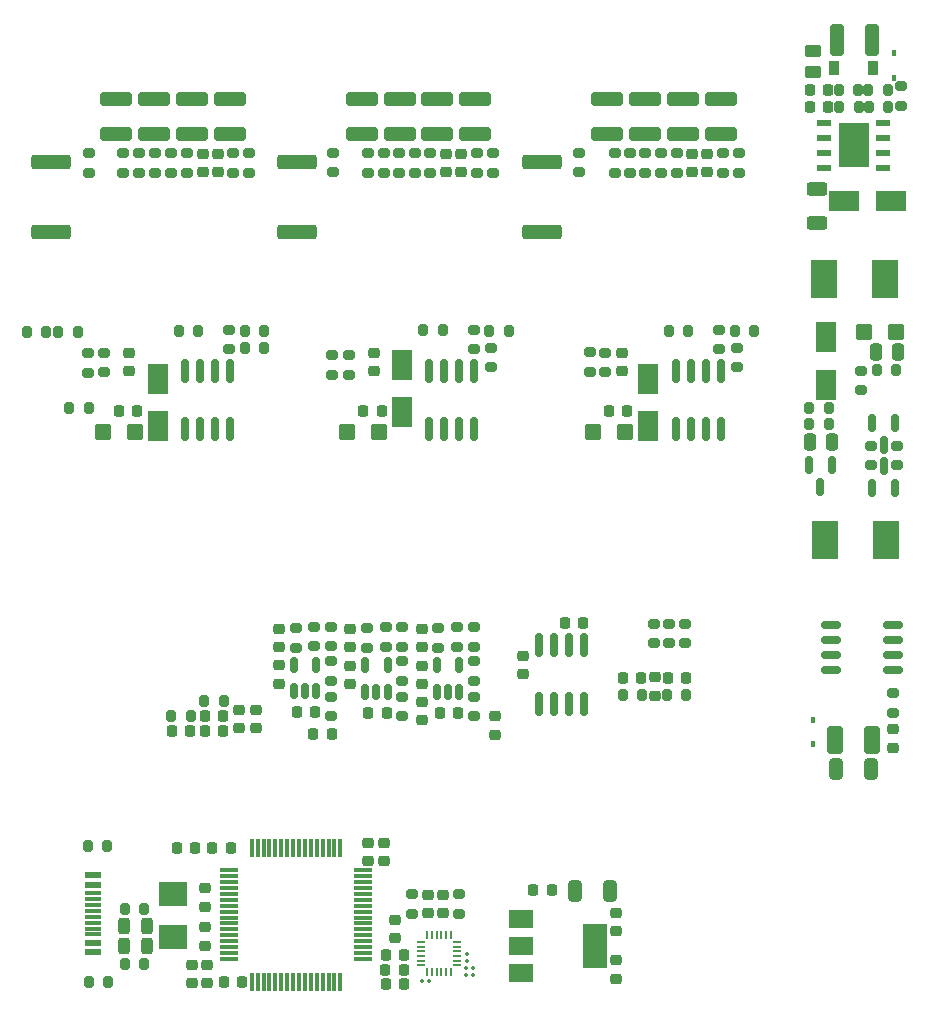
<source format=gbr>
%TF.GenerationSoftware,KiCad,Pcbnew,7.0.10*%
%TF.CreationDate,2024-07-31T12:40:02+02:00*%
%TF.ProjectId,foc,666f632e-6b69-4636-9164-5f7063625858,rev?*%
%TF.SameCoordinates,PXc0145d0PY6b671e0*%
%TF.FileFunction,Paste,Top*%
%TF.FilePolarity,Positive*%
%FSLAX46Y46*%
G04 Gerber Fmt 4.6, Leading zero omitted, Abs format (unit mm)*
G04 Created by KiCad (PCBNEW 7.0.10) date 2024-07-31 12:40:02*
%MOMM*%
%LPD*%
G01*
G04 APERTURE LIST*
G04 Aperture macros list*
%AMRoundRect*
0 Rectangle with rounded corners*
0 $1 Rounding radius*
0 $2 $3 $4 $5 $6 $7 $8 $9 X,Y pos of 4 corners*
0 Add a 4 corners polygon primitive as box body*
4,1,4,$2,$3,$4,$5,$6,$7,$8,$9,$2,$3,0*
0 Add four circle primitives for the rounded corners*
1,1,$1+$1,$2,$3*
1,1,$1+$1,$4,$5*
1,1,$1+$1,$6,$7*
1,1,$1+$1,$8,$9*
0 Add four rect primitives between the rounded corners*
20,1,$1+$1,$2,$3,$4,$5,0*
20,1,$1+$1,$4,$5,$6,$7,0*
20,1,$1+$1,$6,$7,$8,$9,0*
20,1,$1+$1,$8,$9,$2,$3,0*%
G04 Aperture macros list end*
%ADD10RoundRect,0.200000X0.275000X-0.200000X0.275000X0.200000X-0.275000X0.200000X-0.275000X-0.200000X0*%
%ADD11RoundRect,0.225000X0.250000X-0.225000X0.250000X0.225000X-0.250000X0.225000X-0.250000X-0.225000X0*%
%ADD12R,1.800000X2.500000*%
%ADD13RoundRect,0.225000X-0.250000X0.225000X-0.250000X-0.225000X0.250000X-0.225000X0.250000X0.225000X0*%
%ADD14RoundRect,0.225000X0.225000X0.250000X-0.225000X0.250000X-0.225000X-0.250000X0.225000X-0.250000X0*%
%ADD15RoundRect,0.250000X1.425000X-0.362500X1.425000X0.362500X-1.425000X0.362500X-1.425000X-0.362500X0*%
%ADD16RoundRect,0.250000X0.450000X0.425000X-0.450000X0.425000X-0.450000X-0.425000X0.450000X-0.425000X0*%
%ADD17RoundRect,0.225000X-0.225000X-0.250000X0.225000X-0.250000X0.225000X0.250000X-0.225000X0.250000X0*%
%ADD18RoundRect,0.250000X1.100000X-0.325000X1.100000X0.325000X-1.100000X0.325000X-1.100000X-0.325000X0*%
%ADD19R,2.000000X1.500000*%
%ADD20R,2.000000X3.800000*%
%ADD21RoundRect,0.200000X-0.200000X-0.275000X0.200000X-0.275000X0.200000X0.275000X-0.200000X0.275000X0*%
%ADD22RoundRect,0.200000X-0.275000X0.200000X-0.275000X-0.200000X0.275000X-0.200000X0.275000X0.200000X0*%
%ADD23RoundRect,0.150000X0.150000X-0.825000X0.150000X0.825000X-0.150000X0.825000X-0.150000X-0.825000X0*%
%ADD24RoundRect,0.200000X0.200000X0.275000X-0.200000X0.275000X-0.200000X-0.275000X0.200000X-0.275000X0*%
%ADD25RoundRect,0.150000X-0.675000X-0.150000X0.675000X-0.150000X0.675000X0.150000X-0.675000X0.150000X0*%
%ADD26RoundRect,0.067500X-0.067500X-0.067500X0.067500X-0.067500X0.067500X0.067500X-0.067500X0.067500X0*%
%ADD27R,1.450000X0.600000*%
%ADD28R,1.450000X0.300000*%
%ADD29RoundRect,0.250000X0.450000X-0.262500X0.450000X0.262500X-0.450000X0.262500X-0.450000X-0.262500X0*%
%ADD30RoundRect,0.150000X-0.150000X0.587500X-0.150000X-0.587500X0.150000X-0.587500X0.150000X0.587500X0*%
%ADD31RoundRect,0.250000X0.325000X0.650000X-0.325000X0.650000X-0.325000X-0.650000X0.325000X-0.650000X0*%
%ADD32RoundRect,0.150000X0.150000X-0.512500X0.150000X0.512500X-0.150000X0.512500X-0.150000X-0.512500X0*%
%ADD33RoundRect,0.250000X-0.250000X-0.475000X0.250000X-0.475000X0.250000X0.475000X-0.250000X0.475000X0*%
%ADD34RoundRect,0.250000X-0.450000X-0.425000X0.450000X-0.425000X0.450000X0.425000X-0.450000X0.425000X0*%
%ADD35R,2.400000X2.000000*%
%ADD36RoundRect,0.027500X-0.292500X-0.082500X0.292500X-0.082500X0.292500X0.082500X-0.292500X0.082500X0*%
%ADD37RoundRect,0.027500X-0.082500X-0.292500X0.082500X-0.292500X0.082500X0.292500X-0.082500X0.292500X0*%
%ADD38R,0.450000X0.600000*%
%ADD39R,0.900000X1.200000*%
%ADD40RoundRect,0.075000X0.075000X-0.700000X0.075000X0.700000X-0.075000X0.700000X-0.075000X-0.700000X0*%
%ADD41RoundRect,0.075000X0.700000X-0.075000X0.700000X0.075000X-0.700000X0.075000X-0.700000X-0.075000X0*%
%ADD42RoundRect,0.150000X0.150000X-0.587500X0.150000X0.587500X-0.150000X0.587500X-0.150000X-0.587500X0*%
%ADD43R,2.200000X3.300000*%
%ADD44RoundRect,0.243750X-0.243750X-0.456250X0.243750X-0.456250X0.243750X0.456250X-0.243750X0.456250X0*%
%ADD45RoundRect,0.218750X-0.256250X0.218750X-0.256250X-0.218750X0.256250X-0.218750X0.256250X0.218750X0*%
%ADD46RoundRect,0.250000X0.250000X0.475000X-0.250000X0.475000X-0.250000X-0.475000X0.250000X-0.475000X0*%
%ADD47R,1.200000X0.500000*%
%ADD48R,2.540000X3.810000*%
%ADD49RoundRect,0.250000X0.412500X0.925000X-0.412500X0.925000X-0.412500X-0.925000X0.412500X-0.925000X0*%
%ADD50RoundRect,0.067500X-0.067500X0.067500X-0.067500X-0.067500X0.067500X-0.067500X0.067500X0.067500X0*%
%ADD51RoundRect,0.250000X0.625000X-0.312500X0.625000X0.312500X-0.625000X0.312500X-0.625000X-0.312500X0*%
%ADD52RoundRect,0.218750X0.218750X0.256250X-0.218750X0.256250X-0.218750X-0.256250X0.218750X-0.256250X0*%
%ADD53RoundRect,0.250000X0.325000X1.100000X-0.325000X1.100000X-0.325000X-1.100000X0.325000X-1.100000X0*%
%ADD54R,2.500000X1.800000*%
G04 APERTURE END LIST*
D10*
%TO.C,R18*%
X-27400000Y17625000D03*
X-27400000Y19275000D03*
%TD*%
D11*
%TO.C,C71*%
X-61286429Y-27635000D03*
X-61286429Y-26085000D03*
%TD*%
D12*
%TO.C,D2*%
X-65302500Y17069958D03*
X-65302500Y13069958D03*
%TD*%
D13*
%TO.C,C53*%
X-42935000Y-7230000D03*
X-42935000Y-8780000D03*
%TD*%
D14*
%TO.C,C25*%
X-25535000Y14320000D03*
X-27085000Y14320000D03*
%TD*%
D15*
%TO.C,R80*%
X-32751836Y29463879D03*
X-32751836Y35388879D03*
%TD*%
D16*
%TO.C,C9*%
X-67260000Y12520000D03*
X-69960000Y12520000D03*
%TD*%
D10*
%TO.C,R6*%
X-43736429Y-28260000D03*
X-43736429Y-26610000D03*
%TD*%
D17*
%TO.C,C68*%
X-46011429Y-31760000D03*
X-44461429Y-31760000D03*
%TD*%
D11*
%TO.C,C60*%
X-20060000Y34545000D03*
X-20060000Y36095000D03*
%TD*%
D18*
%TO.C,C46*%
X-48020000Y37805000D03*
X-48020000Y40755000D03*
%TD*%
D11*
%TO.C,C1*%
X-23222151Y-9765420D03*
X-23222151Y-8215420D03*
%TD*%
D19*
%TO.C,U3*%
X-34586429Y-28660000D03*
X-34586429Y-30960000D03*
D20*
X-28286429Y-30960000D03*
D19*
X-34586429Y-33260000D03*
%TD*%
D14*
%TO.C,C29*%
X-8514999Y40075000D03*
X-10064999Y40075000D03*
%TD*%
D15*
%TO.C,R62*%
X-53510000Y29463879D03*
X-53510000Y35388879D03*
%TD*%
D11*
%TO.C,C22*%
X-42930000Y-11875000D03*
X-42930000Y-10325000D03*
%TD*%
D14*
%TO.C,C45*%
X-59765000Y-11500000D03*
X-61315000Y-11500000D03*
%TD*%
D21*
%TO.C,R28*%
X-73735000Y21050000D03*
X-72085000Y21050000D03*
%TD*%
D22*
%TO.C,R65*%
X-36947500Y36145000D03*
X-36947500Y34495000D03*
%TD*%
%TO.C,R69*%
X-29620000Y36205000D03*
X-29620000Y34555000D03*
%TD*%
D10*
%TO.C,R9*%
X-4889999Y9725000D03*
X-4889999Y11375000D03*
%TD*%
D22*
%TO.C,R51*%
X-50480000Y36170000D03*
X-50480000Y34520000D03*
%TD*%
D13*
%TO.C,C69*%
X-62436429Y-32585000D03*
X-62436429Y-34135000D03*
%TD*%
D22*
%TO.C,R55*%
X-45985000Y-3980000D03*
X-45985000Y-5630000D03*
%TD*%
D10*
%TO.C,R16*%
X-49150000Y17375000D03*
X-49150000Y19025000D03*
%TD*%
D18*
%TO.C,C57*%
X-20850000Y37785000D03*
X-20850000Y40735000D03*
%TD*%
D17*
%TO.C,C70*%
X-46011429Y-34200000D03*
X-44461429Y-34200000D03*
%TD*%
D18*
%TO.C,C37*%
X-65600000Y37800000D03*
X-65600000Y40750000D03*
%TD*%
D11*
%TO.C,C43*%
X-48985000Y-8780000D03*
X-48985000Y-7230000D03*
%TD*%
D21*
%TO.C,R13*%
X-10139999Y14550000D03*
X-8489999Y14550000D03*
%TD*%
D23*
%TO.C,U7*%
X-21452500Y12795000D03*
X-20182500Y12795000D03*
X-18912500Y12795000D03*
X-17642500Y12795000D03*
X-17642500Y17745000D03*
X-18912500Y17745000D03*
X-20182500Y17745000D03*
X-21452500Y17745000D03*
%TD*%
D24*
%TO.C,R8*%
X-2764999Y17800000D03*
X-4414999Y17800000D03*
%TD*%
D16*
%TO.C,C24*%
X-25760000Y12520000D03*
X-28460000Y12520000D03*
%TD*%
D25*
%TO.C,U5*%
X-8314999Y-3795000D03*
X-8314999Y-5065000D03*
X-8314999Y-6335000D03*
X-8314999Y-7605000D03*
X-3064999Y-7605000D03*
X-3064999Y-6335000D03*
X-3064999Y-5065000D03*
X-3064999Y-3795000D03*
%TD*%
D14*
%TO.C,C11*%
X-67035000Y14320000D03*
X-68585000Y14320000D03*
%TD*%
D26*
%TO.C, R4k*%
X-39165000Y-33400000D03*
X-38615000Y-33400000D03*
%TD*%
D21*
%TO.C,R24*%
X-7614999Y40075000D03*
X-5964999Y40075000D03*
%TD*%
D22*
%TO.C,R3*%
X-20700002Y-3700002D03*
X-20700002Y-5350002D03*
%TD*%
%TO.C,R30*%
X-50635000Y-6855000D03*
X-50635000Y-8505000D03*
%TD*%
D23*
%TO.C,U6*%
X-42295000Y12795000D03*
X-41025000Y12795000D03*
X-39755000Y12795000D03*
X-38485000Y12795000D03*
X-38485000Y17745000D03*
X-39755000Y17745000D03*
X-41025000Y17745000D03*
X-42295000Y17745000D03*
%TD*%
D10*
%TO.C,R36*%
X-68260000Y34495000D03*
X-68260000Y36145000D03*
%TD*%
D18*
%TO.C,C49*%
X-38420000Y37805000D03*
X-38420000Y40755000D03*
%TD*%
D24*
%TO.C,R78*%
X-14785000Y21120000D03*
X-16435000Y21120000D03*
%TD*%
D27*
%TO.C,J6*%
X-70747835Y-24989999D03*
X-70747835Y-25789999D03*
D28*
X-70747835Y-26989999D03*
X-70747835Y-27989999D03*
X-70747835Y-28489999D03*
X-70747835Y-29489999D03*
D27*
X-70747835Y-31489999D03*
X-70747835Y-30689999D03*
D28*
X-70747835Y-29989999D03*
X-70747835Y-28989999D03*
X-70747835Y-27489999D03*
X-70747835Y-26489999D03*
%TD*%
D22*
%TO.C,R43*%
X-58910000Y36145000D03*
X-58910000Y34495000D03*
%TD*%
D29*
%TO.C,R20*%
X-9789999Y42987500D03*
X-9789999Y44812500D03*
%TD*%
D30*
%TO.C,Q1*%
X-2889999Y13287500D03*
X-4789999Y13287500D03*
X-3839999Y11412500D03*
%TD*%
D22*
%TO.C,R29*%
X-50635000Y-9855000D03*
X-50635000Y-11505000D03*
%TD*%
D14*
%TO.C,C3*%
X-20589578Y-8260422D03*
X-22139578Y-8260422D03*
%TD*%
D11*
%TO.C,C73*%
X-61286429Y-30935000D03*
X-61286429Y-29385000D03*
%TD*%
D31*
%TO.C,C13*%
X-27047858Y-26300000D03*
X-29997858Y-26300000D03*
%TD*%
D13*
%TO.C,C16*%
X-26486429Y-32185000D03*
X-26486429Y-33735000D03*
%TD*%
D32*
%TO.C,U10*%
X-47735000Y-9442500D03*
X-46785000Y-9442500D03*
X-45835000Y-9442500D03*
X-45835000Y-7167500D03*
X-47735000Y-7167500D03*
%TD*%
D33*
%TO.C,C31*%
X-4514999Y19300000D03*
X-2614999Y19300000D03*
%TD*%
D18*
%TO.C,C39*%
X-62400000Y37800000D03*
X-62400000Y40750000D03*
%TD*%
D11*
%TO.C,C66*%
X-45200000Y-30335000D03*
X-45200000Y-28785000D03*
%TD*%
D10*
%TO.C,R79*%
X-16260000Y18045000D03*
X-16260000Y19695000D03*
%TD*%
D24*
%TO.C,R89*%
X-66423928Y-27800000D03*
X-68073928Y-27800000D03*
%TD*%
D10*
%TO.C,R57*%
X-44860000Y34495000D03*
X-44860000Y36145000D03*
%TD*%
D14*
%TO.C,C72*%
X-58161429Y-34060000D03*
X-59711429Y-34060000D03*
%TD*%
D34*
%TO.C,C32*%
X-5514999Y21000000D03*
X-2814999Y21000000D03*
%TD*%
D10*
%TO.C,R15*%
X-71180000Y17575000D03*
X-71180000Y19225000D03*
%TD*%
D18*
%TO.C,C47*%
X-44820000Y37805000D03*
X-44820000Y40755000D03*
%TD*%
D10*
%TO.C,R37*%
X-65560000Y34495000D03*
X-65560000Y36145000D03*
%TD*%
D35*
%TO.C,Y1*%
X-64000000Y-26550000D03*
X-64000000Y-30250000D03*
%TD*%
D11*
%TO.C,C5*%
X-42436427Y-28210000D03*
X-42436427Y-26660000D03*
%TD*%
D36*
%TO.C,U2*%
X-43024178Y-30620000D03*
X-43024178Y-31020000D03*
X-43024178Y-31420000D03*
X-43024178Y-31820000D03*
X-43024178Y-32220000D03*
X-43024178Y-32620000D03*
D37*
X-42479178Y-33165000D03*
X-42079178Y-33165000D03*
X-41679178Y-33165000D03*
X-41279178Y-33165000D03*
X-40879178Y-33165000D03*
X-40479178Y-33165000D03*
D36*
X-39934178Y-32620000D03*
X-39934178Y-32220000D03*
X-39934178Y-31820000D03*
X-39934178Y-31420000D03*
X-39934178Y-31020000D03*
X-39934178Y-30620000D03*
D37*
X-40479178Y-30075000D03*
X-40879178Y-30075000D03*
X-41279178Y-30075000D03*
X-41679178Y-30075000D03*
X-42079178Y-30075000D03*
X-42479178Y-30075000D03*
%TD*%
D32*
%TO.C,U11*%
X-41685000Y-9442500D03*
X-40735000Y-9442500D03*
X-39785000Y-9442500D03*
X-39785000Y-7167500D03*
X-41685000Y-7167500D03*
%TD*%
D21*
%TO.C,R85*%
X-64175000Y-11500000D03*
X-62525000Y-11500000D03*
%TD*%
D38*
%TO.C,D3*%
X-9839999Y-11800000D03*
X-9839999Y-13900000D03*
%TD*%
D11*
%TO.C,C15*%
X-26486429Y-29685000D03*
X-26486429Y-28135000D03*
%TD*%
D22*
%TO.C,R84*%
X-22690000Y36145000D03*
X-22690000Y34495000D03*
%TD*%
D11*
%TO.C,C50*%
X-39610000Y34545000D03*
X-39610000Y36095000D03*
%TD*%
%TO.C,C67*%
X-47536431Y-23775000D03*
X-47536431Y-22225000D03*
%TD*%
D39*
%TO.C,D6*%
X-8039999Y43400000D03*
X-4739999Y43400000D03*
%TD*%
D22*
%TO.C,R64*%
X-42210000Y36145000D03*
X-42210000Y34495000D03*
%TD*%
%TO.C,R32*%
X-59260000Y21195000D03*
X-59260000Y19545000D03*
%TD*%
D21*
%TO.C,R21*%
X-7639999Y41500000D03*
X-5989999Y41500000D03*
%TD*%
D11*
%TO.C,C14*%
X-67727500Y17695000D03*
X-67727500Y19245000D03*
%TD*%
%TO.C,C61*%
X-36750000Y-13075000D03*
X-36750000Y-11525000D03*
%TD*%
D17*
%TO.C,C54*%
X-41410000Y-11205000D03*
X-39860000Y-11205000D03*
%TD*%
D22*
%TO.C,R68*%
X-38535000Y-6880000D03*
X-38535000Y-8530000D03*
%TD*%
%TO.C,R7*%
X-39786429Y-26585000D03*
X-39786429Y-28235000D03*
%TD*%
D40*
%TO.C,U14*%
X-57343627Y-33989997D03*
X-56843627Y-33989997D03*
X-56343627Y-33989997D03*
X-55843627Y-33989997D03*
X-55343627Y-33989997D03*
X-54843627Y-33989997D03*
X-54343627Y-33989997D03*
X-53843627Y-33989997D03*
X-53343627Y-33989997D03*
X-52843627Y-33989997D03*
X-52343627Y-33989997D03*
X-51843627Y-33989997D03*
X-51343627Y-33989997D03*
X-50843627Y-33989997D03*
X-50343627Y-33989997D03*
X-49843627Y-33989997D03*
D41*
X-47918627Y-32064997D03*
X-47918627Y-31564997D03*
X-47918627Y-31064997D03*
X-47918627Y-30564997D03*
X-47918627Y-30064997D03*
X-47918627Y-29564997D03*
X-47918627Y-29064997D03*
X-47918627Y-28564997D03*
X-47918627Y-28064997D03*
X-47918627Y-27564997D03*
X-47918627Y-27064997D03*
X-47918627Y-26564997D03*
X-47918627Y-26064997D03*
X-47918627Y-25564997D03*
X-47918627Y-25064997D03*
X-47918627Y-24564997D03*
D40*
X-49843627Y-22639997D03*
X-50343627Y-22639997D03*
X-50843627Y-22639997D03*
X-51343627Y-22639997D03*
X-51843627Y-22639997D03*
X-52343627Y-22639997D03*
X-52843627Y-22639997D03*
X-53343627Y-22639997D03*
X-53843627Y-22639997D03*
X-54343627Y-22639997D03*
X-54843627Y-22639997D03*
X-55343627Y-22639997D03*
X-55843627Y-22639997D03*
X-56343627Y-22639997D03*
X-56843627Y-22639997D03*
X-57343627Y-22639997D03*
D41*
X-59268627Y-24564997D03*
X-59268627Y-25064997D03*
X-59268627Y-25564997D03*
X-59268627Y-26064997D03*
X-59268627Y-26564997D03*
X-59268627Y-27064997D03*
X-59268627Y-27564997D03*
X-59268627Y-28064997D03*
X-59268627Y-28564997D03*
X-59268627Y-29064997D03*
X-59268627Y-29564997D03*
X-59268627Y-30064997D03*
X-59268627Y-30564997D03*
X-59268627Y-31064997D03*
X-59268627Y-31564997D03*
X-59268627Y-32064997D03*
%TD*%
D24*
%TO.C,R40*%
X-56285000Y21120000D03*
X-57935000Y21120000D03*
%TD*%
D15*
%TO.C,R42*%
X-74301836Y29463837D03*
X-74301836Y35388837D03*
%TD*%
D22*
%TO.C,R45*%
X-57610000Y36145000D03*
X-57610000Y34495000D03*
%TD*%
D16*
%TO.C,C17*%
X-46600000Y12520000D03*
X-49300000Y12520000D03*
%TD*%
D23*
%TO.C,U4*%
X-62985000Y12794958D03*
X-61715000Y12794958D03*
X-60445000Y12794958D03*
X-59175000Y12794958D03*
X-59175000Y17744958D03*
X-60445000Y17744958D03*
X-61715000Y17744958D03*
X-62985000Y17744958D03*
%TD*%
D17*
%TO.C,C2*%
X-25897152Y-8250424D03*
X-24347152Y-8250424D03*
%TD*%
D42*
%TO.C,Q2*%
X-4789999Y7812500D03*
X-2889999Y7812500D03*
X-3839999Y9687500D03*
%TD*%
D43*
%TO.C,CYA0650-68UH1*%
X-8839999Y3400000D03*
X-3639999Y3400000D03*
%TD*%
D24*
%TO.C,R86*%
X-69575000Y-22500000D03*
X-71225000Y-22500000D03*
%TD*%
D22*
%TO.C,R53*%
X-47585000Y-4080000D03*
X-47585000Y-5730000D03*
%TD*%
D44*
%TO.C,D10*%
X-68125000Y-29300000D03*
X-66250000Y-29300000D03*
%TD*%
D22*
%TO.C,R70*%
X-17760000Y21195000D03*
X-17760000Y19545000D03*
%TD*%
D11*
%TO.C,C30*%
X-58390000Y-12545000D03*
X-58390000Y-10995000D03*
%TD*%
D13*
%TO.C,C12*%
X-56960000Y-10995000D03*
X-56960000Y-12545000D03*
%TD*%
D18*
%TO.C,C36*%
X-68800000Y37800000D03*
X-68800000Y40750000D03*
%TD*%
D14*
%TO.C,C7*%
X-29275000Y-3600000D03*
X-30825000Y-3600000D03*
%TD*%
D24*
%TO.C,R4*%
X-24297152Y-9730424D03*
X-25947152Y-9730424D03*
%TD*%
D13*
%TO.C,C4*%
X-34350000Y-6425000D03*
X-34350000Y-7975000D03*
%TD*%
D14*
%TO.C,C27*%
X-8539999Y41500000D03*
X-10089999Y41500000D03*
%TD*%
D21*
%TO.C,R39*%
X-63535000Y21120000D03*
X-61885000Y21120000D03*
%TD*%
D12*
%TO.C,D4*%
X-44612500Y18200000D03*
X-44612500Y14200000D03*
%TD*%
D21*
%TO.C,R59*%
X-42835000Y21200000D03*
X-41185000Y21200000D03*
%TD*%
D11*
%TO.C,C28*%
X-26000000Y17695000D03*
X-26000000Y19245000D03*
%TD*%
D22*
%TO.C,R90*%
X-3089999Y-9575000D03*
X-3089999Y-11225000D03*
%TD*%
D30*
%TO.C,Q3*%
X-8250000Y9737500D03*
X-10150000Y9737500D03*
X-9200000Y7862500D03*
%TD*%
D24*
%TO.C,R23*%
X-3464999Y40075000D03*
X-5114999Y40075000D03*
%TD*%
D22*
%TO.C,R83*%
X-16090000Y36145000D03*
X-16090000Y34495000D03*
%TD*%
D38*
%TO.C,D5*%
X-2989999Y44650000D03*
X-2989999Y42550000D03*
%TD*%
D26*
%TO.C,CAP01*%
X-39165000Y-32810000D03*
X-38615000Y-32810000D03*
%TD*%
D12*
%TO.C,D1*%
X-8764999Y20550000D03*
X-8764999Y16550000D03*
%TD*%
%TO.C,D7*%
X-23770000Y17070000D03*
X-23770000Y13070000D03*
%TD*%
D22*
%TO.C,R1*%
X-23300000Y-3700003D03*
X-23300000Y-5350003D03*
%TD*%
D10*
%TO.C,R19*%
X-28712500Y17645000D03*
X-28712500Y19295000D03*
%TD*%
D11*
%TO.C,C6*%
X-41136429Y-28210000D03*
X-41136429Y-26660000D03*
%TD*%
D10*
%TO.C,R17*%
X-50550000Y17375000D03*
X-50550000Y19025000D03*
%TD*%
D22*
%TO.C,R72*%
X-38535000Y-3980000D03*
X-38535000Y-5630000D03*
%TD*%
D11*
%TO.C,C52*%
X-42935000Y-5680000D03*
X-42935000Y-4130000D03*
%TD*%
D10*
%TO.C,R14*%
X-69837500Y17605000D03*
X-69837500Y19255000D03*
%TD*%
D24*
%TO.C,R87*%
X-69475000Y-34000000D03*
X-71125000Y-34000000D03*
%TD*%
D17*
%TO.C,C35*%
X-53510000Y-11180000D03*
X-51960000Y-11180000D03*
%TD*%
D24*
%TO.C,R41*%
X-56275000Y19700000D03*
X-57925000Y19700000D03*
%TD*%
%TO.C,R22*%
X-3489999Y41500000D03*
X-5139999Y41500000D03*
%TD*%
D10*
%TO.C,R26*%
X-2389999Y40175000D03*
X-2389999Y41825000D03*
%TD*%
D22*
%TO.C,R10*%
X-2700000Y11375000D03*
X-2700000Y9725000D03*
%TD*%
D11*
%TO.C,C34*%
X-55035000Y-8755000D03*
X-55035000Y-7205000D03*
%TD*%
D31*
%TO.C,C23*%
X-4914999Y-16000000D03*
X-7864999Y-16000000D03*
%TD*%
D11*
%TO.C,C65*%
X-46136429Y-23775000D03*
X-46136429Y-22225000D03*
%TD*%
D13*
%TO.C,C42*%
X-48985000Y-4130000D03*
X-48985000Y-5680000D03*
%TD*%
D11*
%TO.C,C20*%
X-47027500Y17695000D03*
X-47027500Y19245000D03*
%TD*%
D45*
%TO.C,D11*%
X-3089999Y-12612500D03*
X-3089999Y-14187500D03*
%TD*%
D17*
%TO.C,C63*%
X-64125000Y-12800000D03*
X-62575000Y-12800000D03*
%TD*%
%TO.C,C44*%
X-47460000Y-11205000D03*
X-45910000Y-11205000D03*
%TD*%
D18*
%TO.C,C48*%
X-41620000Y37805000D03*
X-41620000Y40755000D03*
%TD*%
D14*
%TO.C,C19*%
X-46335000Y14320000D03*
X-47885000Y14320000D03*
%TD*%
D46*
%TO.C,C8*%
X-8200000Y11700000D03*
X-10100000Y11700000D03*
%TD*%
D18*
%TO.C,C56*%
X-24050000Y37785000D03*
X-24050000Y40735000D03*
%TD*%
D10*
%TO.C,R74*%
X-26610000Y34495000D03*
X-26610000Y36145000D03*
%TD*%
D24*
%TO.C,R60*%
X-35585000Y21120000D03*
X-37235000Y21120000D03*
%TD*%
D18*
%TO.C,C58*%
X-17650000Y37785000D03*
X-17650000Y40735000D03*
%TD*%
D22*
%TO.C,R71*%
X-41535000Y-4080000D03*
X-41535000Y-5730000D03*
%TD*%
D24*
%TO.C,R50*%
X-59715000Y-10200000D03*
X-61365000Y-10200000D03*
%TD*%
D10*
%TO.C,R58*%
X-46160000Y34495000D03*
X-46160000Y36145000D03*
%TD*%
D22*
%TO.C,R35*%
X-52035000Y-3955000D03*
X-52035000Y-5605000D03*
%TD*%
%TO.C,R81*%
X-17410000Y36145000D03*
X-17410000Y34495000D03*
%TD*%
D47*
%TO.C,U8*%
X-3880000Y34919999D03*
X-3880000Y36189999D03*
X-3880000Y37459999D03*
X-3880000Y38724999D03*
X-8880000Y38729999D03*
X-8880000Y37459999D03*
X-8880000Y36189999D03*
X-8880000Y34919999D03*
D48*
X-6380000Y36824999D03*
%TD*%
D18*
%TO.C,C38*%
X-59200000Y37800000D03*
X-59200000Y40750000D03*
%TD*%
D17*
%TO.C,C10*%
X-33511429Y-26210000D03*
X-31961429Y-26210000D03*
%TD*%
D49*
%TO.C,C21*%
X-4852499Y-13500000D03*
X-7927499Y-13500000D03*
%TD*%
D10*
%TO.C,R76*%
X-25310000Y34495000D03*
X-25310000Y36145000D03*
%TD*%
%TO.C,R75*%
X-24010000Y34505000D03*
X-24010000Y36155000D03*
%TD*%
D24*
%TO.C,R88*%
X-66423928Y-32500000D03*
X-68073928Y-32500000D03*
%TD*%
D10*
%TO.C,R38*%
X-66910000Y34495000D03*
X-66910000Y36145000D03*
%TD*%
D22*
%TO.C,R34*%
X-50635000Y-3955000D03*
X-50635000Y-5605000D03*
%TD*%
D11*
%TO.C,C41*%
X-61510000Y34545000D03*
X-61510000Y36095000D03*
%TD*%
%TO.C,C59*%
X-18760000Y34545000D03*
X-18760000Y36095000D03*
%TD*%
D22*
%TO.C,R63*%
X-38260000Y36145000D03*
X-38260000Y34495000D03*
%TD*%
%TO.C,R52*%
X-38560000Y21195000D03*
X-38560000Y19545000D03*
%TD*%
D21*
%TO.C,R77*%
X-22035000Y21120000D03*
X-20385000Y21120000D03*
%TD*%
D32*
%TO.C,U9*%
X-53785000Y-9417500D03*
X-52835000Y-9417500D03*
X-51885000Y-9417500D03*
X-51885000Y-7142500D03*
X-53785000Y-7142500D03*
%TD*%
D50*
%TO.C, R3k*%
X-39150000Y-31655000D03*
X-39150000Y-32205000D03*
%TD*%
D22*
%TO.C,R54*%
X-44585000Y-3980000D03*
X-44585000Y-5630000D03*
%TD*%
D17*
%TO.C,C74*%
X-60681429Y-22700000D03*
X-59131429Y-22700000D03*
%TD*%
D10*
%TO.C,R61*%
X-37060000Y18045000D03*
X-37060000Y19695000D03*
%TD*%
D11*
%TO.C,C40*%
X-60210000Y34545000D03*
X-60210000Y36095000D03*
%TD*%
D51*
%TO.C,R25*%
X-9489999Y30237500D03*
X-9489999Y33162500D03*
%TD*%
D14*
%TO.C,C18*%
X-50585000Y-13000000D03*
X-52135000Y-13000000D03*
%TD*%
D22*
%TO.C,R67*%
X-38535000Y-9880000D03*
X-38535000Y-11530000D03*
%TD*%
D13*
%TO.C,C75*%
X-61136429Y-32585000D03*
X-61136429Y-34135000D03*
%TD*%
D24*
%TO.C,R5*%
X-20539578Y-9750423D03*
X-22189578Y-9750423D03*
%TD*%
D10*
%TO.C,R12*%
X-5789999Y16075000D03*
X-5789999Y17725000D03*
%TD*%
D22*
%TO.C,R73*%
X-39935000Y-3980000D03*
X-39935000Y-5630000D03*
%TD*%
%TO.C,R44*%
X-62860000Y36145000D03*
X-62860000Y34495000D03*
%TD*%
D26*
%TO.C,CAP02*%
X-42895000Y-33900000D03*
X-42345000Y-33900000D03*
%TD*%
D23*
%TO.C,U1*%
X-32990000Y-10450000D03*
X-31720000Y-10450000D03*
X-30450000Y-10450000D03*
X-29180000Y-10450000D03*
X-29180000Y-5500000D03*
X-30450000Y-5500000D03*
X-31720000Y-5500000D03*
X-32990000Y-5500000D03*
%TD*%
D24*
%TO.C,R27*%
X-74735000Y21050000D03*
X-76385000Y21050000D03*
%TD*%
D22*
%TO.C,R46*%
X-64210000Y36145000D03*
X-64210000Y34495000D03*
%TD*%
D24*
%TO.C,R48*%
X-71125000Y14550000D03*
X-72775000Y14550000D03*
%TD*%
D22*
%TO.C,R2*%
X-22000002Y-3700002D03*
X-22000002Y-5350002D03*
%TD*%
D52*
%TO.C,L1*%
X-44448929Y-33000000D03*
X-46023929Y-33000000D03*
%TD*%
D18*
%TO.C,C55*%
X-27250000Y37785000D03*
X-27250000Y40735000D03*
%TD*%
D22*
%TO.C,R31*%
X-71130000Y36145000D03*
X-71130000Y34495000D03*
%TD*%
D13*
%TO.C,C33*%
X-55035000Y-4105000D03*
X-55035000Y-5655000D03*
%TD*%
D14*
%TO.C,C64*%
X-62125000Y-22700000D03*
X-63675000Y-22700000D03*
%TD*%
D44*
%TO.C,D9*%
X-68125000Y-31000000D03*
X-66250000Y-31000000D03*
%TD*%
D17*
%TO.C,C62*%
X-61315000Y-12800000D03*
X-59765000Y-12800000D03*
%TD*%
D11*
%TO.C,C51*%
X-40910000Y34545000D03*
X-40910000Y36095000D03*
%TD*%
D21*
%TO.C,R11*%
X-10139999Y13200000D03*
X-8489999Y13200000D03*
%TD*%
D22*
%TO.C,R66*%
X-43547500Y36145000D03*
X-43547500Y34495000D03*
%TD*%
%TO.C,R47*%
X-44585000Y-9880000D03*
X-44585000Y-11530000D03*
%TD*%
D43*
%TO.C,CYA0650-68UH2*%
X-8889999Y25500000D03*
X-3689999Y25500000D03*
%TD*%
D22*
%TO.C,R49*%
X-44585000Y-6880000D03*
X-44585000Y-8530000D03*
%TD*%
D10*
%TO.C,R56*%
X-47460000Y34495000D03*
X-47460000Y36145000D03*
%TD*%
D53*
%TO.C,C26*%
X-4804999Y45770000D03*
X-7754999Y45770000D03*
%TD*%
D22*
%TO.C,R33*%
X-53635000Y-4055000D03*
X-53635000Y-5705000D03*
%TD*%
D54*
%TO.C,D8*%
X-7189999Y32100000D03*
X-3189999Y32100000D03*
%TD*%
D22*
%TO.C,R82*%
X-21360000Y36145000D03*
X-21360000Y34495000D03*
%TD*%
M02*

</source>
